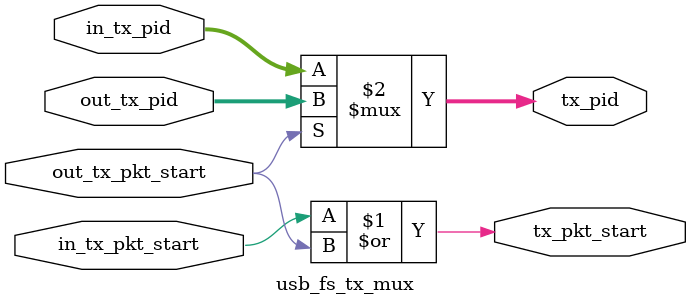
<source format=v>

module usb_fs_tx_mux (
  // interface to IN Protocol Engine
  input in_tx_pkt_start,
  input [3:0] in_tx_pid,

  // interface to OUT Protocol Engine
  input out_tx_pkt_start,
  input [3:0] out_tx_pid,

  // interface to tx module
  output tx_pkt_start,
  output [3:0] tx_pid
);
  assign tx_pkt_start = in_tx_pkt_start | out_tx_pkt_start;
  assign tx_pid = out_tx_pkt_start ? out_tx_pid : in_tx_pid;
endmodule

</source>
